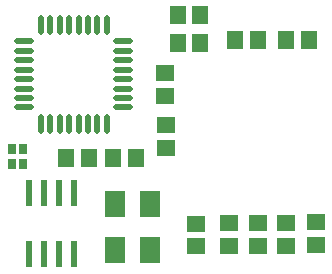
<source format=gtp>
G04 Layer_Color=8421504*
%FSLAX24Y24*%
%MOIN*%
G70*
G01*
G75*
%ADD10R,0.0280X0.0360*%
%ADD11R,0.0600X0.0520*%
%ADD12R,0.0520X0.0600*%
%ADD13R,0.0710X0.0880*%
%ADD14O,0.0650X0.0217*%
%ADD15O,0.0217X0.0650*%
%ADD16R,0.0240X0.0870*%
D10*
X37414Y33701D02*
D03*
X37050D02*
D03*
X37424Y34203D02*
D03*
X37060D02*
D03*
D11*
X42157Y35988D02*
D03*
Y36742D02*
D03*
X46163Y30988D02*
D03*
Y31742D02*
D03*
X45248Y30988D02*
D03*
Y31742D02*
D03*
X43171Y30968D02*
D03*
Y31722D02*
D03*
X44293Y31738D02*
D03*
Y30984D02*
D03*
X42167Y35006D02*
D03*
Y34252D02*
D03*
X47167Y31008D02*
D03*
Y31762D02*
D03*
D12*
X38855Y33898D02*
D03*
X39609D02*
D03*
X45244Y37844D02*
D03*
X44490D02*
D03*
X42564Y38661D02*
D03*
X43319D02*
D03*
X40429Y33898D02*
D03*
X41183D02*
D03*
X46177Y37854D02*
D03*
X46931D02*
D03*
X42564Y37726D02*
D03*
X43319D02*
D03*
D13*
X41649Y32362D02*
D03*
X40494D02*
D03*
X41649Y30827D02*
D03*
X40494D02*
D03*
D14*
X40759Y35591D02*
D03*
Y35906D02*
D03*
Y36220D02*
D03*
Y36535D02*
D03*
Y36850D02*
D03*
Y37165D02*
D03*
Y37480D02*
D03*
Y37795D02*
D03*
X37452D02*
D03*
Y37480D02*
D03*
Y37165D02*
D03*
Y36850D02*
D03*
Y36535D02*
D03*
Y36220D02*
D03*
Y35906D02*
D03*
Y35591D02*
D03*
D15*
X40208Y38346D02*
D03*
X39893D02*
D03*
X39578D02*
D03*
X39263D02*
D03*
X38948D02*
D03*
X38633D02*
D03*
X38319D02*
D03*
X38004D02*
D03*
Y35039D02*
D03*
X38319D02*
D03*
X38633D02*
D03*
X38948D02*
D03*
X39263D02*
D03*
X39578D02*
D03*
X39893D02*
D03*
X40208D02*
D03*
D16*
X37618Y30692D02*
D03*
X38118D02*
D03*
X39118D02*
D03*
X37618Y32746D02*
D03*
X38118D02*
D03*
X39118D02*
D03*
X38618Y30692D02*
D03*
Y32746D02*
D03*
M02*

</source>
